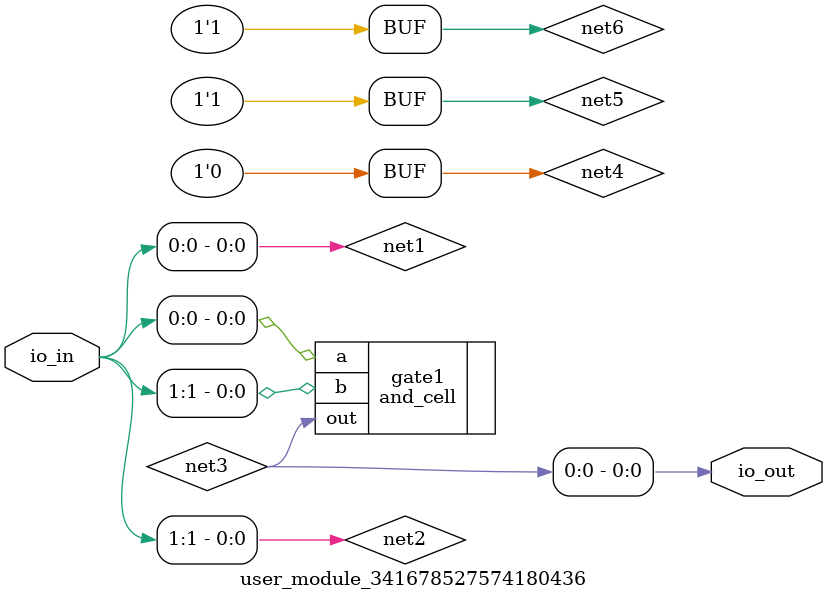
<source format=v>

/* Automatically generated from https://wokwi.com/projects/341678527574180436 */

`default_nettype none

module user_module_341678527574180436(
  input [7:0] io_in,
  output [7:0] io_out
);
  wire net1 = io_in[0];
  wire net2 = io_in[1];
  wire net3;
  wire net4 = 1'b0;
  wire net5 = 1'b1;
  wire net6 = 1'b1;

  assign io_out[0] = net3;

  and_cell gate1 (
    .a (net1),
    .b (net2),
    .out (net3)
  );
  xor_cell gate3 (

  );
  nand_cell gate4 (

  );
  not_cell gate5 (

  );
  buffer_cell gate6 (

  );
  mux_cell mux1 (

  );
  dff_cell flipflop1 (

  );
endmodule

</source>
